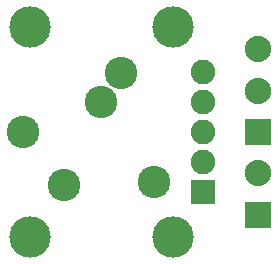
<source format=gbs>
G75*
%MOIN*%
%OFA0B0*%
%FSLAX24Y24*%
%IPPOS*%
%LPD*%
%AMOC8*
5,1,8,0,0,1.08239X$1,22.5*
%
%ADD10C,0.1080*%
%ADD11C,0.0880*%
%ADD12R,0.0880X0.0880*%
%ADD13C,0.1380*%
%ADD14R,0.0820X0.0820*%
%ADD15C,0.0820*%
D10*
X010333Y009828D03*
X008955Y011600D03*
X011554Y012584D03*
X012223Y013569D03*
X013325Y009946D03*
D11*
X016805Y010222D03*
X016805Y012978D03*
X016805Y014356D03*
D12*
X016805Y011600D03*
X016805Y008844D03*
D13*
X009205Y008100D03*
X013955Y008100D03*
X013955Y015100D03*
X009205Y015100D03*
D14*
X014955Y009600D03*
D15*
X014955Y010600D03*
X014955Y011600D03*
X014955Y012600D03*
X014955Y013600D03*
M02*

</source>
